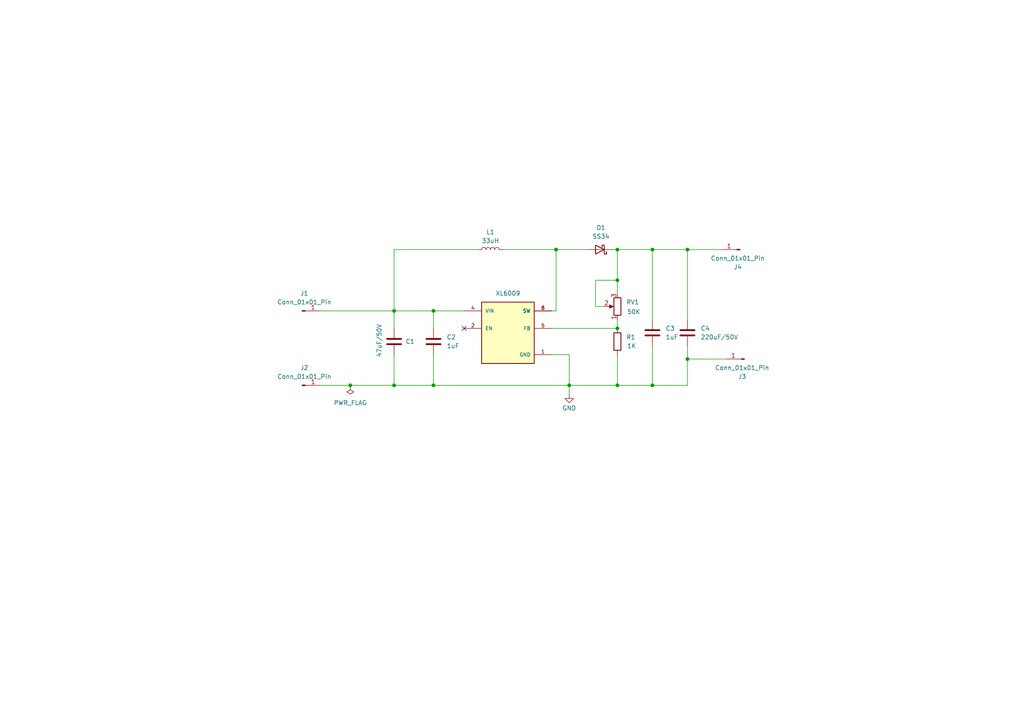
<source format=kicad_sch>
(kicad_sch
	(version 20250114)
	(generator "eeschema")
	(generator_version "9.0")
	(uuid "be47d7ba-3c4c-44e2-8fa1-ab1e1baae547")
	(paper "A4")
	(title_block
		(title "Boost converter module")
		(date "2025-07-07")
		(company "own")
		(comment 1 "done by Farhan Masud")
	)
	(lib_symbols
		(symbol "Connector:Conn_01x01_Pin"
			(pin_names
				(offset 1.016)
				(hide yes)
			)
			(exclude_from_sim no)
			(in_bom yes)
			(on_board yes)
			(property "Reference" "J"
				(at 0 2.54 0)
				(effects
					(font
						(size 1.27 1.27)
					)
				)
			)
			(property "Value" "Conn_01x01_Pin"
				(at 0 -2.54 0)
				(effects
					(font
						(size 1.27 1.27)
					)
				)
			)
			(property "Footprint" ""
				(at 0 0 0)
				(effects
					(font
						(size 1.27 1.27)
					)
					(hide yes)
				)
			)
			(property "Datasheet" "~"
				(at 0 0 0)
				(effects
					(font
						(size 1.27 1.27)
					)
					(hide yes)
				)
			)
			(property "Description" "Generic connector, single row, 01x01, script generated"
				(at 0 0 0)
				(effects
					(font
						(size 1.27 1.27)
					)
					(hide yes)
				)
			)
			(property "ki_locked" ""
				(at 0 0 0)
				(effects
					(font
						(size 1.27 1.27)
					)
				)
			)
			(property "ki_keywords" "connector"
				(at 0 0 0)
				(effects
					(font
						(size 1.27 1.27)
					)
					(hide yes)
				)
			)
			(property "ki_fp_filters" "Connector*:*_1x??_*"
				(at 0 0 0)
				(effects
					(font
						(size 1.27 1.27)
					)
					(hide yes)
				)
			)
			(symbol "Conn_01x01_Pin_1_1"
				(rectangle
					(start 0.8636 0.127)
					(end 0 -0.127)
					(stroke
						(width 0.1524)
						(type default)
					)
					(fill
						(type outline)
					)
				)
				(polyline
					(pts
						(xy 1.27 0) (xy 0.8636 0)
					)
					(stroke
						(width 0.1524)
						(type default)
					)
					(fill
						(type none)
					)
				)
				(pin passive line
					(at 5.08 0 180)
					(length 3.81)
					(name "Pin_1"
						(effects
							(font
								(size 1.27 1.27)
							)
						)
					)
					(number "1"
						(effects
							(font
								(size 1.27 1.27)
							)
						)
					)
				)
			)
			(embedded_fonts no)
		)
		(symbol "Device:C"
			(pin_numbers
				(hide yes)
			)
			(pin_names
				(offset 0.254)
			)
			(exclude_from_sim no)
			(in_bom yes)
			(on_board yes)
			(property "Reference" "C"
				(at 0.635 2.54 0)
				(effects
					(font
						(size 1.27 1.27)
					)
					(justify left)
				)
			)
			(property "Value" "C"
				(at 0.635 -2.54 0)
				(effects
					(font
						(size 1.27 1.27)
					)
					(justify left)
				)
			)
			(property "Footprint" ""
				(at 0.9652 -3.81 0)
				(effects
					(font
						(size 1.27 1.27)
					)
					(hide yes)
				)
			)
			(property "Datasheet" "~"
				(at 0 0 0)
				(effects
					(font
						(size 1.27 1.27)
					)
					(hide yes)
				)
			)
			(property "Description" "Unpolarized capacitor"
				(at 0 0 0)
				(effects
					(font
						(size 1.27 1.27)
					)
					(hide yes)
				)
			)
			(property "ki_keywords" "cap capacitor"
				(at 0 0 0)
				(effects
					(font
						(size 1.27 1.27)
					)
					(hide yes)
				)
			)
			(property "ki_fp_filters" "C_*"
				(at 0 0 0)
				(effects
					(font
						(size 1.27 1.27)
					)
					(hide yes)
				)
			)
			(symbol "C_0_1"
				(polyline
					(pts
						(xy -2.032 0.762) (xy 2.032 0.762)
					)
					(stroke
						(width 0.508)
						(type default)
					)
					(fill
						(type none)
					)
				)
				(polyline
					(pts
						(xy -2.032 -0.762) (xy 2.032 -0.762)
					)
					(stroke
						(width 0.508)
						(type default)
					)
					(fill
						(type none)
					)
				)
			)
			(symbol "C_1_1"
				(pin passive line
					(at 0 3.81 270)
					(length 2.794)
					(name "~"
						(effects
							(font
								(size 1.27 1.27)
							)
						)
					)
					(number "1"
						(effects
							(font
								(size 1.27 1.27)
							)
						)
					)
				)
				(pin passive line
					(at 0 -3.81 90)
					(length 2.794)
					(name "~"
						(effects
							(font
								(size 1.27 1.27)
							)
						)
					)
					(number "2"
						(effects
							(font
								(size 1.27 1.27)
							)
						)
					)
				)
			)
			(embedded_fonts no)
		)
		(symbol "Device:L"
			(pin_numbers
				(hide yes)
			)
			(pin_names
				(offset 1.016)
				(hide yes)
			)
			(exclude_from_sim no)
			(in_bom yes)
			(on_board yes)
			(property "Reference" "L"
				(at -1.27 0 90)
				(effects
					(font
						(size 1.27 1.27)
					)
				)
			)
			(property "Value" "L"
				(at 1.905 0 90)
				(effects
					(font
						(size 1.27 1.27)
					)
				)
			)
			(property "Footprint" ""
				(at 0 0 0)
				(effects
					(font
						(size 1.27 1.27)
					)
					(hide yes)
				)
			)
			(property "Datasheet" "~"
				(at 0 0 0)
				(effects
					(font
						(size 1.27 1.27)
					)
					(hide yes)
				)
			)
			(property "Description" "Inductor"
				(at 0 0 0)
				(effects
					(font
						(size 1.27 1.27)
					)
					(hide yes)
				)
			)
			(property "ki_keywords" "inductor choke coil reactor magnetic"
				(at 0 0 0)
				(effects
					(font
						(size 1.27 1.27)
					)
					(hide yes)
				)
			)
			(property "ki_fp_filters" "Choke_* *Coil* Inductor_* L_*"
				(at 0 0 0)
				(effects
					(font
						(size 1.27 1.27)
					)
					(hide yes)
				)
			)
			(symbol "L_0_1"
				(arc
					(start 0 2.54)
					(mid 0.6323 1.905)
					(end 0 1.27)
					(stroke
						(width 0)
						(type default)
					)
					(fill
						(type none)
					)
				)
				(arc
					(start 0 1.27)
					(mid 0.6323 0.635)
					(end 0 0)
					(stroke
						(width 0)
						(type default)
					)
					(fill
						(type none)
					)
				)
				(arc
					(start 0 0)
					(mid 0.6323 -0.635)
					(end 0 -1.27)
					(stroke
						(width 0)
						(type default)
					)
					(fill
						(type none)
					)
				)
				(arc
					(start 0 -1.27)
					(mid 0.6323 -1.905)
					(end 0 -2.54)
					(stroke
						(width 0)
						(type default)
					)
					(fill
						(type none)
					)
				)
			)
			(symbol "L_1_1"
				(pin passive line
					(at 0 3.81 270)
					(length 1.27)
					(name "1"
						(effects
							(font
								(size 1.27 1.27)
							)
						)
					)
					(number "1"
						(effects
							(font
								(size 1.27 1.27)
							)
						)
					)
				)
				(pin passive line
					(at 0 -3.81 90)
					(length 1.27)
					(name "2"
						(effects
							(font
								(size 1.27 1.27)
							)
						)
					)
					(number "2"
						(effects
							(font
								(size 1.27 1.27)
							)
						)
					)
				)
			)
			(embedded_fonts no)
		)
		(symbol "Device:R"
			(pin_numbers
				(hide yes)
			)
			(pin_names
				(offset 0)
			)
			(exclude_from_sim no)
			(in_bom yes)
			(on_board yes)
			(property "Reference" "R"
				(at 2.032 0 90)
				(effects
					(font
						(size 1.27 1.27)
					)
				)
			)
			(property "Value" "R"
				(at 0 0 90)
				(effects
					(font
						(size 1.27 1.27)
					)
				)
			)
			(property "Footprint" ""
				(at -1.778 0 90)
				(effects
					(font
						(size 1.27 1.27)
					)
					(hide yes)
				)
			)
			(property "Datasheet" "~"
				(at 0 0 0)
				(effects
					(font
						(size 1.27 1.27)
					)
					(hide yes)
				)
			)
			(property "Description" "Resistor"
				(at 0 0 0)
				(effects
					(font
						(size 1.27 1.27)
					)
					(hide yes)
				)
			)
			(property "ki_keywords" "R res resistor"
				(at 0 0 0)
				(effects
					(font
						(size 1.27 1.27)
					)
					(hide yes)
				)
			)
			(property "ki_fp_filters" "R_*"
				(at 0 0 0)
				(effects
					(font
						(size 1.27 1.27)
					)
					(hide yes)
				)
			)
			(symbol "R_0_1"
				(rectangle
					(start -1.016 -2.54)
					(end 1.016 2.54)
					(stroke
						(width 0.254)
						(type default)
					)
					(fill
						(type none)
					)
				)
			)
			(symbol "R_1_1"
				(pin passive line
					(at 0 3.81 270)
					(length 1.27)
					(name "~"
						(effects
							(font
								(size 1.27 1.27)
							)
						)
					)
					(number "1"
						(effects
							(font
								(size 1.27 1.27)
							)
						)
					)
				)
				(pin passive line
					(at 0 -3.81 90)
					(length 1.27)
					(name "~"
						(effects
							(font
								(size 1.27 1.27)
							)
						)
					)
					(number "2"
						(effects
							(font
								(size 1.27 1.27)
							)
						)
					)
				)
			)
			(embedded_fonts no)
		)
		(symbol "Device:R_Potentiometer"
			(pin_names
				(offset 1.016)
				(hide yes)
			)
			(exclude_from_sim no)
			(in_bom yes)
			(on_board yes)
			(property "Reference" "RV"
				(at -4.445 0 90)
				(effects
					(font
						(size 1.27 1.27)
					)
				)
			)
			(property "Value" "R_Potentiometer"
				(at -2.54 0 90)
				(effects
					(font
						(size 1.27 1.27)
					)
				)
			)
			(property "Footprint" ""
				(at 0 0 0)
				(effects
					(font
						(size 1.27 1.27)
					)
					(hide yes)
				)
			)
			(property "Datasheet" "~"
				(at 0 0 0)
				(effects
					(font
						(size 1.27 1.27)
					)
					(hide yes)
				)
			)
			(property "Description" "Potentiometer"
				(at 0 0 0)
				(effects
					(font
						(size 1.27 1.27)
					)
					(hide yes)
				)
			)
			(property "ki_keywords" "resistor variable"
				(at 0 0 0)
				(effects
					(font
						(size 1.27 1.27)
					)
					(hide yes)
				)
			)
			(property "ki_fp_filters" "Potentiometer*"
				(at 0 0 0)
				(effects
					(font
						(size 1.27 1.27)
					)
					(hide yes)
				)
			)
			(symbol "R_Potentiometer_0_1"
				(rectangle
					(start 1.016 2.54)
					(end -1.016 -2.54)
					(stroke
						(width 0.254)
						(type default)
					)
					(fill
						(type none)
					)
				)
				(polyline
					(pts
						(xy 1.143 0) (xy 2.286 0.508) (xy 2.286 -0.508) (xy 1.143 0)
					)
					(stroke
						(width 0)
						(type default)
					)
					(fill
						(type outline)
					)
				)
				(polyline
					(pts
						(xy 2.54 0) (xy 1.524 0)
					)
					(stroke
						(width 0)
						(type default)
					)
					(fill
						(type none)
					)
				)
			)
			(symbol "R_Potentiometer_1_1"
				(pin passive line
					(at 0 3.81 270)
					(length 1.27)
					(name "1"
						(effects
							(font
								(size 1.27 1.27)
							)
						)
					)
					(number "1"
						(effects
							(font
								(size 1.27 1.27)
							)
						)
					)
				)
				(pin passive line
					(at 0 -3.81 90)
					(length 1.27)
					(name "3"
						(effects
							(font
								(size 1.27 1.27)
							)
						)
					)
					(number "3"
						(effects
							(font
								(size 1.27 1.27)
							)
						)
					)
				)
				(pin passive line
					(at 3.81 0 180)
					(length 1.27)
					(name "2"
						(effects
							(font
								(size 1.27 1.27)
							)
						)
					)
					(number "2"
						(effects
							(font
								(size 1.27 1.27)
							)
						)
					)
				)
			)
			(embedded_fonts no)
		)
		(symbol "Diode:SS34"
			(pin_numbers
				(hide yes)
			)
			(pin_names
				(offset 1.016)
				(hide yes)
			)
			(exclude_from_sim no)
			(in_bom yes)
			(on_board yes)
			(property "Reference" "D"
				(at 0 2.54 0)
				(effects
					(font
						(size 1.27 1.27)
					)
				)
			)
			(property "Value" "SS34"
				(at 0 -2.54 0)
				(effects
					(font
						(size 1.27 1.27)
					)
				)
			)
			(property "Footprint" "Diode_SMD:D_SMA"
				(at 0 -4.445 0)
				(effects
					(font
						(size 1.27 1.27)
					)
					(hide yes)
				)
			)
			(property "Datasheet" "https://www.vishay.com/docs/88751/ss32.pdf"
				(at 0 0 0)
				(effects
					(font
						(size 1.27 1.27)
					)
					(hide yes)
				)
			)
			(property "Description" "40V 3A Schottky Diode, SMA"
				(at 0 0 0)
				(effects
					(font
						(size 1.27 1.27)
					)
					(hide yes)
				)
			)
			(property "ki_keywords" "diode Schottky"
				(at 0 0 0)
				(effects
					(font
						(size 1.27 1.27)
					)
					(hide yes)
				)
			)
			(property "ki_fp_filters" "D*SMA*"
				(at 0 0 0)
				(effects
					(font
						(size 1.27 1.27)
					)
					(hide yes)
				)
			)
			(symbol "SS34_0_1"
				(polyline
					(pts
						(xy -1.905 0.635) (xy -1.905 1.27) (xy -1.27 1.27) (xy -1.27 -1.27) (xy -0.635 -1.27) (xy -0.635 -0.635)
					)
					(stroke
						(width 0.254)
						(type default)
					)
					(fill
						(type none)
					)
				)
				(polyline
					(pts
						(xy 1.27 1.27) (xy 1.27 -1.27) (xy -1.27 0) (xy 1.27 1.27)
					)
					(stroke
						(width 0.254)
						(type default)
					)
					(fill
						(type none)
					)
				)
				(polyline
					(pts
						(xy 1.27 0) (xy -1.27 0)
					)
					(stroke
						(width 0)
						(type default)
					)
					(fill
						(type none)
					)
				)
			)
			(symbol "SS34_1_1"
				(pin passive line
					(at -3.81 0 0)
					(length 2.54)
					(name "K"
						(effects
							(font
								(size 1.27 1.27)
							)
						)
					)
					(number "1"
						(effects
							(font
								(size 1.27 1.27)
							)
						)
					)
				)
				(pin passive line
					(at 3.81 0 180)
					(length 2.54)
					(name "A"
						(effects
							(font
								(size 1.27 1.27)
							)
						)
					)
					(number "2"
						(effects
							(font
								(size 1.27 1.27)
							)
						)
					)
				)
			)
			(embedded_fonts no)
		)
		(symbol "XL6009:XL6009"
			(pin_names
				(offset 1.016)
			)
			(exclude_from_sim no)
			(in_bom yes)
			(on_board yes)
			(property "Reference" "VR"
				(at -7.62 8.89 0)
				(effects
					(font
						(size 1.27 1.27)
					)
					(justify left bottom)
				)
			)
			(property "Value" "XL6009"
				(at -7.62 -11.43 0)
				(effects
					(font
						(size 1.27 1.27)
					)
					(justify left top)
				)
			)
			(property "Footprint" "XL6009:DPAK170P1435X465-6N"
				(at 0 0 0)
				(effects
					(font
						(size 1.27 1.27)
					)
					(justify bottom)
					(hide yes)
				)
			)
			(property "Datasheet" ""
				(at 0 0 0)
				(effects
					(font
						(size 1.27 1.27)
					)
					(hide yes)
				)
			)
			(property "Description" ""
				(at 0 0 0)
				(effects
					(font
						(size 1.27 1.27)
					)
					(hide yes)
				)
			)
			(property "MF" "XLSEMI"
				(at 0 0 0)
				(effects
					(font
						(size 1.27 1.27)
					)
					(justify bottom)
					(hide yes)
				)
			)
			(property "MAXIMUM_PACKAGE_HEIGHT" "4.65mm"
				(at 0 0 0)
				(effects
					(font
						(size 1.27 1.27)
					)
					(justify bottom)
					(hide yes)
				)
			)
			(property "Package" "TO-263-5L XLSEMI"
				(at 0 0 0)
				(effects
					(font
						(size 1.27 1.27)
					)
					(justify bottom)
					(hide yes)
				)
			)
			(property "Price" "None"
				(at 0 0 0)
				(effects
					(font
						(size 1.27 1.27)
					)
					(justify bottom)
					(hide yes)
				)
			)
			(property "Check_prices" "https://www.snapeda.com/parts/XL6009/XLSEMI/view-part/?ref=eda"
				(at 0 0 0)
				(effects
					(font
						(size 1.27 1.27)
					)
					(justify bottom)
					(hide yes)
				)
			)
			(property "STANDARD" "IPC-7351B"
				(at 0 0 0)
				(effects
					(font
						(size 1.27 1.27)
					)
					(justify bottom)
					(hide yes)
				)
			)
			(property "PARTREV" "1.1"
				(at 0 0 0)
				(effects
					(font
						(size 1.27 1.27)
					)
					(justify bottom)
					(hide yes)
				)
			)
			(property "SnapEDA_Link" "https://www.snapeda.com/parts/XL6009/XLSEMI/view-part/?ref=snap"
				(at 0 0 0)
				(effects
					(font
						(size 1.27 1.27)
					)
					(justify bottom)
					(hide yes)
				)
			)
			(property "MP" "XL6009"
				(at 0 0 0)
				(effects
					(font
						(size 1.27 1.27)
					)
					(justify bottom)
					(hide yes)
				)
			)
			(property "Description_1" "The XL6009 regulator is a wide input range, current mode, DC/DC converter which is capable of generating either positive or negative output voltages."
				(at 0 0 0)
				(effects
					(font
						(size 1.27 1.27)
					)
					(justify bottom)
					(hide yes)
				)
			)
			(property "Availability" "Not in stock"
				(at 0 0 0)
				(effects
					(font
						(size 1.27 1.27)
					)
					(justify bottom)
					(hide yes)
				)
			)
			(property "MANUFACTURER" "XLSEMI"
				(at 0 0 0)
				(effects
					(font
						(size 1.27 1.27)
					)
					(justify bottom)
					(hide yes)
				)
			)
			(symbol "XL6009_0_0"
				(rectangle
					(start -7.62 -10.16)
					(end 7.62 7.62)
					(stroke
						(width 0.254)
						(type default)
					)
					(fill
						(type background)
					)
				)
				(pin input line
					(at -12.7 5.08 0)
					(length 5.08)
					(name "VIN"
						(effects
							(font
								(size 1.016 1.016)
							)
						)
					)
					(number "4"
						(effects
							(font
								(size 1.016 1.016)
							)
						)
					)
				)
				(pin input line
					(at -12.7 0 0)
					(length 5.08)
					(name "EN"
						(effects
							(font
								(size 1.016 1.016)
							)
						)
					)
					(number "2"
						(effects
							(font
								(size 1.016 1.016)
							)
						)
					)
				)
				(pin output line
					(at 12.7 5.08 180)
					(length 5.08)
					(name "SW"
						(effects
							(font
								(size 1.016 1.016)
							)
						)
					)
					(number "3"
						(effects
							(font
								(size 1.016 1.016)
							)
						)
					)
				)
				(pin output line
					(at 12.7 5.08 180)
					(length 5.08)
					(name "SW"
						(effects
							(font
								(size 1.016 1.016)
							)
						)
					)
					(number "6"
						(effects
							(font
								(size 1.016 1.016)
							)
						)
					)
				)
				(pin input line
					(at 12.7 0 180)
					(length 5.08)
					(name "FB"
						(effects
							(font
								(size 1.016 1.016)
							)
						)
					)
					(number "5"
						(effects
							(font
								(size 1.016 1.016)
							)
						)
					)
				)
				(pin power_in line
					(at 12.7 -7.62 180)
					(length 5.08)
					(name "GND"
						(effects
							(font
								(size 1.016 1.016)
							)
						)
					)
					(number "1"
						(effects
							(font
								(size 1.016 1.016)
							)
						)
					)
				)
			)
			(embedded_fonts no)
		)
		(symbol "power:GND"
			(power)
			(pin_numbers
				(hide yes)
			)
			(pin_names
				(offset 0)
				(hide yes)
			)
			(exclude_from_sim no)
			(in_bom yes)
			(on_board yes)
			(property "Reference" "#PWR"
				(at 0 -6.35 0)
				(effects
					(font
						(size 1.27 1.27)
					)
					(hide yes)
				)
			)
			(property "Value" "GND"
				(at 0 -3.81 0)
				(effects
					(font
						(size 1.27 1.27)
					)
				)
			)
			(property "Footprint" ""
				(at 0 0 0)
				(effects
					(font
						(size 1.27 1.27)
					)
					(hide yes)
				)
			)
			(property "Datasheet" ""
				(at 0 0 0)
				(effects
					(font
						(size 1.27 1.27)
					)
					(hide yes)
				)
			)
			(property "Description" "Power symbol creates a global label with name \"GND\" , ground"
				(at 0 0 0)
				(effects
					(font
						(size 1.27 1.27)
					)
					(hide yes)
				)
			)
			(property "ki_keywords" "global power"
				(at 0 0 0)
				(effects
					(font
						(size 1.27 1.27)
					)
					(hide yes)
				)
			)
			(symbol "GND_0_1"
				(polyline
					(pts
						(xy 0 0) (xy 0 -1.27) (xy 1.27 -1.27) (xy 0 -2.54) (xy -1.27 -1.27) (xy 0 -1.27)
					)
					(stroke
						(width 0)
						(type default)
					)
					(fill
						(type none)
					)
				)
			)
			(symbol "GND_1_1"
				(pin power_in line
					(at 0 0 270)
					(length 0)
					(name "~"
						(effects
							(font
								(size 1.27 1.27)
							)
						)
					)
					(number "1"
						(effects
							(font
								(size 1.27 1.27)
							)
						)
					)
				)
			)
			(embedded_fonts no)
		)
		(symbol "power:PWR_FLAG"
			(power)
			(pin_numbers
				(hide yes)
			)
			(pin_names
				(offset 0)
				(hide yes)
			)
			(exclude_from_sim no)
			(in_bom yes)
			(on_board yes)
			(property "Reference" "#FLG"
				(at 0 1.905 0)
				(effects
					(font
						(size 1.27 1.27)
					)
					(hide yes)
				)
			)
			(property "Value" "PWR_FLAG"
				(at 0 3.81 0)
				(effects
					(font
						(size 1.27 1.27)
					)
				)
			)
			(property "Footprint" ""
				(at 0 0 0)
				(effects
					(font
						(size 1.27 1.27)
					)
					(hide yes)
				)
			)
			(property "Datasheet" "~"
				(at 0 0 0)
				(effects
					(font
						(size 1.27 1.27)
					)
					(hide yes)
				)
			)
			(property "Description" "Special symbol for telling ERC where power comes from"
				(at 0 0 0)
				(effects
					(font
						(size 1.27 1.27)
					)
					(hide yes)
				)
			)
			(property "ki_keywords" "flag power"
				(at 0 0 0)
				(effects
					(font
						(size 1.27 1.27)
					)
					(hide yes)
				)
			)
			(symbol "PWR_FLAG_0_0"
				(pin power_out line
					(at 0 0 90)
					(length 0)
					(name "~"
						(effects
							(font
								(size 1.27 1.27)
							)
						)
					)
					(number "1"
						(effects
							(font
								(size 1.27 1.27)
							)
						)
					)
				)
			)
			(symbol "PWR_FLAG_0_1"
				(polyline
					(pts
						(xy 0 0) (xy 0 1.27) (xy -1.016 1.905) (xy 0 2.54) (xy 1.016 1.905) (xy 0 1.27)
					)
					(stroke
						(width 0)
						(type default)
					)
					(fill
						(type none)
					)
				)
			)
			(embedded_fonts no)
		)
	)
	(junction
		(at 125.73 111.76)
		(diameter 0)
		(color 0 0 0 0)
		(uuid "05d0566e-733c-466e-9595-a670285f9500")
	)
	(junction
		(at 125.73 90.17)
		(diameter 0)
		(color 0 0 0 0)
		(uuid "0c4fb577-7159-4072-aca4-d8e5eaa2fba0")
	)
	(junction
		(at 199.39 104.14)
		(diameter 0)
		(color 0 0 0 0)
		(uuid "2098a8ea-6170-4701-8111-be8f81d7605a")
	)
	(junction
		(at 179.07 81.28)
		(diameter 0)
		(color 0 0 0 0)
		(uuid "228479f9-f9ff-451e-8df0-62b598c62184")
	)
	(junction
		(at 179.07 72.39)
		(diameter 0)
		(color 0 0 0 0)
		(uuid "425deace-cac9-48e7-9954-86648391aa54")
	)
	(junction
		(at 101.6 111.76)
		(diameter 0)
		(color 0 0 0 0)
		(uuid "49cbd68c-d645-4245-a579-376e4fafa029")
	)
	(junction
		(at 179.07 111.76)
		(diameter 0)
		(color 0 0 0 0)
		(uuid "4c8955dc-3909-48ea-bd77-cf112828851d")
	)
	(junction
		(at 114.3 90.17)
		(diameter 0)
		(color 0 0 0 0)
		(uuid "5f1b47c6-0d59-4b29-b205-724e2b6923ed")
	)
	(junction
		(at 189.23 72.39)
		(diameter 0)
		(color 0 0 0 0)
		(uuid "630a1820-e708-4e9b-ba88-3c8e345d24c4")
	)
	(junction
		(at 179.07 95.25)
		(diameter 0)
		(color 0 0 0 0)
		(uuid "795715de-dc84-4f40-a174-b1426381b06b")
	)
	(junction
		(at 114.3 111.76)
		(diameter 0)
		(color 0 0 0 0)
		(uuid "8c6f0188-e40b-4168-bfa5-9436946a0547")
	)
	(junction
		(at 189.23 111.76)
		(diameter 0)
		(color 0 0 0 0)
		(uuid "9262c631-bc11-418f-89c7-4159ecbcb10c")
	)
	(junction
		(at 199.39 72.39)
		(diameter 0)
		(color 0 0 0 0)
		(uuid "9b808eb7-e6b5-47de-8e04-0d9eb7471fff")
	)
	(junction
		(at 161.29 72.39)
		(diameter 0)
		(color 0 0 0 0)
		(uuid "ba1ea172-1345-49b6-9f09-e61202528a9d")
	)
	(junction
		(at 165.1 111.76)
		(diameter 0)
		(color 0 0 0 0)
		(uuid "ed088e8e-ddf9-4857-b4bd-befe2cce769a")
	)
	(no_connect
		(at 134.62 95.25)
		(uuid "8a60ec6b-d58e-420b-b107-8eb5ffc41832")
	)
	(wire
		(pts
			(xy 172.72 88.9) (xy 172.72 81.28)
		)
		(stroke
			(width 0)
			(type default)
		)
		(uuid "03078ac6-c34f-4a0f-a755-a1688c60aaa6")
	)
	(wire
		(pts
			(xy 179.07 85.09) (xy 179.07 81.28)
		)
		(stroke
			(width 0)
			(type default)
		)
		(uuid "05c353d4-b64a-4927-8fdc-03c24ed777c6")
	)
	(wire
		(pts
			(xy 125.73 111.76) (xy 165.1 111.76)
		)
		(stroke
			(width 0)
			(type default)
		)
		(uuid "0efe0e33-3867-4c02-a58d-3c138598d367")
	)
	(wire
		(pts
			(xy 199.39 104.14) (xy 199.39 111.76)
		)
		(stroke
			(width 0)
			(type default)
		)
		(uuid "1962879e-300f-4b08-8d72-54fc520ff08f")
	)
	(wire
		(pts
			(xy 179.07 81.28) (xy 179.07 72.39)
		)
		(stroke
			(width 0)
			(type default)
		)
		(uuid "1a99f3c2-1a3a-4a69-aff0-968fd3eee77d")
	)
	(wire
		(pts
			(xy 125.73 95.25) (xy 125.73 90.17)
		)
		(stroke
			(width 0)
			(type default)
		)
		(uuid "1bacf4fa-e361-4220-834b-ef59e4f00f75")
	)
	(wire
		(pts
			(xy 199.39 100.33) (xy 199.39 104.14)
		)
		(stroke
			(width 0)
			(type default)
		)
		(uuid "214b5df9-80db-4cc0-ae02-4be5ec5262a0")
	)
	(wire
		(pts
			(xy 179.07 102.87) (xy 179.07 111.76)
		)
		(stroke
			(width 0)
			(type default)
		)
		(uuid "34e13e8c-ee90-41a6-81fe-f61bce1c4ba9")
	)
	(wire
		(pts
			(xy 179.07 72.39) (xy 177.8 72.39)
		)
		(stroke
			(width 0)
			(type default)
		)
		(uuid "36204ed6-5b7e-43a4-9a66-c35aa0eca49c")
	)
	(wire
		(pts
			(xy 179.07 92.71) (xy 179.07 95.25)
		)
		(stroke
			(width 0)
			(type default)
		)
		(uuid "3666578d-8e70-4bc1-bcb2-4472c761b694")
	)
	(wire
		(pts
			(xy 161.29 90.17) (xy 161.29 72.39)
		)
		(stroke
			(width 0)
			(type default)
		)
		(uuid "42cd329e-fe46-455b-8f43-1c93fdc7a04f")
	)
	(wire
		(pts
			(xy 125.73 102.87) (xy 125.73 111.76)
		)
		(stroke
			(width 0)
			(type default)
		)
		(uuid "456b4d85-c494-4639-9e9b-39ada72f8f69")
	)
	(wire
		(pts
			(xy 199.39 72.39) (xy 209.55 72.39)
		)
		(stroke
			(width 0)
			(type default)
		)
		(uuid "4a1c4b2e-1f1d-4d6a-a251-b729b992ee5d")
	)
	(wire
		(pts
			(xy 101.6 111.76) (xy 114.3 111.76)
		)
		(stroke
			(width 0)
			(type default)
		)
		(uuid "4e1e92fc-5c5e-4603-b473-040dcd717579")
	)
	(wire
		(pts
			(xy 179.07 95.25) (xy 160.02 95.25)
		)
		(stroke
			(width 0)
			(type default)
		)
		(uuid "5026fbff-109f-4d56-b5eb-29cc98aa259c")
	)
	(wire
		(pts
			(xy 146.05 72.39) (xy 161.29 72.39)
		)
		(stroke
			(width 0)
			(type default)
		)
		(uuid "57d19c4f-cbe6-4c6e-add6-80a2782f3e79")
	)
	(wire
		(pts
			(xy 161.29 72.39) (xy 170.18 72.39)
		)
		(stroke
			(width 0)
			(type default)
		)
		(uuid "5d15654c-d8f3-4a39-af8b-059445a98165")
	)
	(wire
		(pts
			(xy 179.07 72.39) (xy 189.23 72.39)
		)
		(stroke
			(width 0)
			(type default)
		)
		(uuid "72b55816-4cbe-4b2f-ab6a-1e375034a581")
	)
	(wire
		(pts
			(xy 189.23 72.39) (xy 199.39 72.39)
		)
		(stroke
			(width 0)
			(type default)
		)
		(uuid "7eee134c-bffa-4624-8b42-677e89c3ef79")
	)
	(wire
		(pts
			(xy 134.62 90.17) (xy 125.73 90.17)
		)
		(stroke
			(width 0)
			(type default)
		)
		(uuid "82f943ca-e4e5-470b-8a47-8e5f1dca0972")
	)
	(wire
		(pts
			(xy 199.39 72.39) (xy 199.39 92.71)
		)
		(stroke
			(width 0)
			(type default)
		)
		(uuid "87b0cc1e-7b24-48f3-9d48-d3fa1bffc835")
	)
	(wire
		(pts
			(xy 114.3 102.87) (xy 114.3 111.76)
		)
		(stroke
			(width 0)
			(type default)
		)
		(uuid "8ae6ac96-19f6-41ea-8483-308e1c16f6fc")
	)
	(wire
		(pts
			(xy 92.71 90.17) (xy 114.3 90.17)
		)
		(stroke
			(width 0)
			(type default)
		)
		(uuid "8be78ead-f8ea-4a74-8eca-88243f6677ba")
	)
	(wire
		(pts
			(xy 114.3 95.25) (xy 114.3 90.17)
		)
		(stroke
			(width 0)
			(type default)
		)
		(uuid "999042e3-67e7-4210-8fe9-d9cbda607ac5")
	)
	(wire
		(pts
			(xy 172.72 81.28) (xy 179.07 81.28)
		)
		(stroke
			(width 0)
			(type default)
		)
		(uuid "9e2332aa-8066-4842-85d8-2671d1a857c6")
	)
	(wire
		(pts
			(xy 179.07 111.76) (xy 165.1 111.76)
		)
		(stroke
			(width 0)
			(type default)
		)
		(uuid "a00a4609-98f1-4c4b-85fe-28d9642b4782")
	)
	(wire
		(pts
			(xy 210.82 104.14) (xy 199.39 104.14)
		)
		(stroke
			(width 0)
			(type default)
		)
		(uuid "a27a266d-45db-40cd-a24f-739cdc8f554a")
	)
	(wire
		(pts
			(xy 125.73 111.76) (xy 114.3 111.76)
		)
		(stroke
			(width 0)
			(type default)
		)
		(uuid "b4e5bf9f-02e6-4b32-a497-c6d560c2a188")
	)
	(wire
		(pts
			(xy 92.71 111.76) (xy 101.6 111.76)
		)
		(stroke
			(width 0)
			(type default)
		)
		(uuid "befbea12-50d5-4148-b10d-dd69eb763bc5")
	)
	(wire
		(pts
			(xy 114.3 90.17) (xy 125.73 90.17)
		)
		(stroke
			(width 0)
			(type default)
		)
		(uuid "c108622b-404f-4c94-ad04-4dde06cd1ec2")
	)
	(wire
		(pts
			(xy 189.23 72.39) (xy 189.23 92.71)
		)
		(stroke
			(width 0)
			(type default)
		)
		(uuid "c21a9f7c-982e-4319-851c-6ff0fe81cba1")
	)
	(wire
		(pts
			(xy 175.26 88.9) (xy 172.72 88.9)
		)
		(stroke
			(width 0)
			(type default)
		)
		(uuid "c9becd7e-4211-48f1-8287-00ff6430699b")
	)
	(wire
		(pts
			(xy 114.3 90.17) (xy 114.3 72.39)
		)
		(stroke
			(width 0)
			(type default)
		)
		(uuid "d38353e4-3f33-44f2-adb0-9b8bc6727267")
	)
	(wire
		(pts
			(xy 160.02 90.17) (xy 161.29 90.17)
		)
		(stroke
			(width 0)
			(type default)
		)
		(uuid "d5b1dd8d-3a86-4519-a6fe-30cd7ecf3bd5")
	)
	(wire
		(pts
			(xy 114.3 72.39) (xy 138.43 72.39)
		)
		(stroke
			(width 0)
			(type default)
		)
		(uuid "d7b1c54a-f6b6-43f7-9cf3-04141046721a")
	)
	(wire
		(pts
			(xy 199.39 111.76) (xy 189.23 111.76)
		)
		(stroke
			(width 0)
			(type default)
		)
		(uuid "e20eac74-62a3-49c9-a854-4d73722b184b")
	)
	(wire
		(pts
			(xy 189.23 100.33) (xy 189.23 111.76)
		)
		(stroke
			(width 0)
			(type default)
		)
		(uuid "e53eaaa0-9c05-41db-b915-cd761592bad5")
	)
	(wire
		(pts
			(xy 165.1 102.87) (xy 165.1 111.76)
		)
		(stroke
			(width 0)
			(type default)
		)
		(uuid "e9e4e1e6-05ef-4cbb-8849-d103b68e664b")
	)
	(wire
		(pts
			(xy 189.23 111.76) (xy 179.07 111.76)
		)
		(stroke
			(width 0)
			(type default)
		)
		(uuid "ec25fc80-6124-4fed-8368-c57bd09690a2")
	)
	(wire
		(pts
			(xy 160.02 102.87) (xy 165.1 102.87)
		)
		(stroke
			(width 0)
			(type default)
		)
		(uuid "f930e313-2f9c-42bf-8376-3bd31607c92a")
	)
	(wire
		(pts
			(xy 165.1 111.76) (xy 165.1 114.3)
		)
		(stroke
			(width 0)
			(type default)
		)
		(uuid "fd405141-159f-45de-b9ae-f0cc4659ee82")
	)
	(symbol
		(lib_id "Connector:Conn_01x01_Pin")
		(at 87.63 111.76 0)
		(unit 1)
		(exclude_from_sim no)
		(in_bom yes)
		(on_board yes)
		(dnp no)
		(fields_autoplaced yes)
		(uuid "04341f9a-8097-49ec-8d40-dd9027f88541")
		(property "Reference" "J2"
			(at 88.265 106.68 0)
			(effects
				(font
					(size 1.27 1.27)
				)
			)
		)
		(property "Value" "Conn_01x01_Pin"
			(at 88.265 109.22 0)
			(effects
				(font
					(size 1.27 1.27)
				)
			)
		)
		(property "Footprint" "Connector_PinHeader_2.54mm:PinHeader_1x01_P2.54mm_Vertical"
			(at 87.63 111.76 0)
			(effects
				(font
					(size 1.27 1.27)
				)
				(hide yes)
			)
		)
		(property "Datasheet" "~"
			(at 87.63 111.76 0)
			(effects
				(font
					(size 1.27 1.27)
				)
				(hide yes)
			)
		)
		(property "Description" "Generic connector, single row, 01x01, script generated"
			(at 87.63 111.76 0)
			(effects
				(font
					(size 1.27 1.27)
				)
				(hide yes)
			)
		)
		(pin "1"
			(uuid "bb1f1f65-ea11-4a6e-9f66-31079212846f")
		)
		(instances
			(project "Boost Converter V1"
				(path "/be47d7ba-3c4c-44e2-8fa1-ab1e1baae547"
					(reference "J2")
					(unit 1)
				)
			)
		)
	)
	(symbol
		(lib_id "Device:C")
		(at 189.23 96.52 0)
		(unit 1)
		(exclude_from_sim no)
		(in_bom yes)
		(on_board yes)
		(dnp no)
		(fields_autoplaced yes)
		(uuid "1b22ab44-c691-4118-9e79-c63cbf1e5f01")
		(property "Reference" "C3"
			(at 193.04 95.2499 0)
			(effects
				(font
					(size 1.27 1.27)
				)
				(justify left)
			)
		)
		(property "Value" "1uF"
			(at 193.04 97.7899 0)
			(effects
				(font
					(size 1.27 1.27)
				)
				(justify left)
			)
		)
		(property "Footprint" "Capacitor_SMD:C_0805_2012Metric"
			(at 190.1952 100.33 0)
			(effects
				(font
					(size 1.27 1.27)
				)
				(hide yes)
			)
		)
		(property "Datasheet" "~"
			(at 189.23 96.52 0)
			(effects
				(font
					(size 1.27 1.27)
				)
				(hide yes)
			)
		)
		(property "Description" "Unpolarized capacitor"
			(at 189.23 96.52 0)
			(effects
				(font
					(size 1.27 1.27)
				)
				(hide yes)
			)
		)
		(pin "1"
			(uuid "f71e0797-33a4-4430-a9d5-9720ec1f2a4c")
		)
		(pin "2"
			(uuid "a4de9d4b-3bdc-40e6-a869-a7611ba79b30")
		)
		(instances
			(project "Boost Converter V1"
				(path "/be47d7ba-3c4c-44e2-8fa1-ab1e1baae547"
					(reference "C3")
					(unit 1)
				)
			)
		)
	)
	(symbol
		(lib_id "Device:R")
		(at 179.07 99.06 0)
		(unit 1)
		(exclude_from_sim no)
		(in_bom yes)
		(on_board yes)
		(dnp no)
		(uuid "1bcbaef2-3c98-4766-8564-09f4416b9e0a")
		(property "Reference" "R1"
			(at 181.61 97.7899 0)
			(effects
				(font
					(size 1.27 1.27)
				)
				(justify left)
			)
		)
		(property "Value" "1K"
			(at 181.864 100.33 0)
			(effects
				(font
					(size 1.27 1.27)
				)
				(justify left)
			)
		)
		(property "Footprint" "Resistor_SMD:R_1206_3216Metric"
			(at 177.292 99.06 90)
			(effects
				(font
					(size 1.27 1.27)
				)
				(hide yes)
			)
		)
		(property "Datasheet" "~"
			(at 179.07 99.06 0)
			(effects
				(font
					(size 1.27 1.27)
				)
				(hide yes)
			)
		)
		(property "Description" "Resistor"
			(at 179.07 99.06 0)
			(effects
				(font
					(size 1.27 1.27)
				)
				(hide yes)
			)
		)
		(pin "1"
			(uuid "b7c539d3-2b7b-46bf-b288-5d8d05fd556e")
		)
		(pin "2"
			(uuid "aa6fa243-cead-4ef5-a4b9-09af2c2714e8")
		)
		(instances
			(project ""
				(path "/be47d7ba-3c4c-44e2-8fa1-ab1e1baae547"
					(reference "R1")
					(unit 1)
				)
			)
		)
	)
	(symbol
		(lib_id "Device:C")
		(at 199.39 96.52 0)
		(unit 1)
		(exclude_from_sim no)
		(in_bom yes)
		(on_board yes)
		(dnp no)
		(fields_autoplaced yes)
		(uuid "1ee7fc3b-0ac8-4b36-a873-b887c6d43b1b")
		(property "Reference" "C4"
			(at 203.2 95.2499 0)
			(effects
				(font
					(size 1.27 1.27)
				)
				(justify left)
			)
		)
		(property "Value" "220uF/50V"
			(at 203.2 97.7899 0)
			(effects
				(font
					(size 1.27 1.27)
				)
				(justify left)
			)
		)
		(property "Footprint" "Capacitor_THT:C_Radial_D6.3mm_H11.0mm_P2.50mm"
			(at 200.3552 100.33 0)
			(effects
				(font
					(size 1.27 1.27)
				)
				(hide yes)
			)
		)
		(property "Datasheet" "~"
			(at 199.39 96.52 0)
			(effects
				(font
					(size 1.27 1.27)
				)
				(hide yes)
			)
		)
		(property "Description" "Unpolarized capacitor"
			(at 199.39 96.52 0)
			(effects
				(font
					(size 1.27 1.27)
				)
				(hide yes)
			)
		)
		(pin "1"
			(uuid "d69df829-1469-4976-b69d-5153530908d3")
		)
		(pin "2"
			(uuid "e8b74cd6-bba9-4f0b-a444-7130bf3b85ba")
		)
		(instances
			(project "Boost Converter V1"
				(path "/be47d7ba-3c4c-44e2-8fa1-ab1e1baae547"
					(reference "C4")
					(unit 1)
				)
			)
		)
	)
	(symbol
		(lib_id "XL6009:XL6009")
		(at 147.32 95.25 0)
		(unit 1)
		(exclude_from_sim no)
		(in_bom yes)
		(on_board yes)
		(dnp no)
		(fields_autoplaced yes)
		(uuid "5a2fdf8f-a81c-44e3-a34d-bb9421d2fdcc")
		(property "Reference" "VR1"
			(at 147.32 82.55 0)
			(effects
				(font
					(size 1.27 1.27)
				)
				(hide yes)
			)
		)
		(property "Value" "XL6009"
			(at 147.32 85.09 0)
			(effects
				(font
					(size 1.27 1.27)
				)
			)
		)
		(property "Footprint" "XL6009:DPAK170P1435X465-6N"
			(at 147.32 95.25 0)
			(effects
				(font
					(size 1.27 1.27)
				)
				(justify bottom)
				(hide yes)
			)
		)
		(property "Datasheet" ""
			(at 147.32 95.25 0)
			(effects
				(font
					(size 1.27 1.27)
				)
				(hide yes)
			)
		)
		(property "Description" ""
			(at 147.32 95.25 0)
			(effects
				(font
					(size 1.27 1.27)
				)
				(hide yes)
			)
		)
		(property "MF" "XLSEMI"
			(at 147.32 95.25 0)
			(effects
				(font
					(size 1.27 1.27)
				)
				(justify bottom)
				(hide yes)
			)
		)
		(property "MAXIMUM_PACKAGE_HEIGHT" "4.65mm"
			(at 147.32 95.25 0)
			(effects
				(font
					(size 1.27 1.27)
				)
				(justify bottom)
				(hide yes)
			)
		)
		(property "Package" "TO-263-5L XLSEMI"
			(at 147.32 95.25 0)
			(effects
				(font
					(size 1.27 1.27)
				)
				(justify bottom)
				(hide yes)
			)
		)
		(property "Price" "None"
			(at 147.32 95.25 0)
			(effects
				(font
					(size 1.27 1.27)
				)
				(justify bottom)
				(hide yes)
			)
		)
		(property "Check_prices" "https://www.snapeda.com/parts/XL6009/XLSEMI/view-part/?ref=eda"
			(at 147.32 95.25 0)
			(effects
				(font
					(size 1.27 1.27)
				)
				(justify bottom)
				(hide yes)
			)
		)
		(property "STANDARD" "IPC-7351B"
			(at 147.32 95.25 0)
			(effects
				(font
					(size 1.27 1.27)
				)
				(justify bottom)
				(hide yes)
			)
		)
		(property "PARTREV" "1.1"
			(at 147.32 95.25 0)
			(effects
				(font
					(size 1.27 1.27)
				)
				(justify bottom)
				(hide yes)
			)
		)
		(property "SnapEDA_Link" "https://www.snapeda.com/parts/XL6009/XLSEMI/view-part/?ref=snap"
			(at 147.32 95.25 0)
			(effects
				(font
					(size 1.27 1.27)
				)
				(justify bottom)
				(hide yes)
			)
		)
		(property "MP" "XL6009"
			(at 147.32 95.25 0)
			(effects
				(font
					(size 1.27 1.27)
				)
				(justify bottom)
				(hide yes)
			)
		)
		(property "Description_1" "The XL6009 regulator is a wide input range, current mode, DC/DC converter which is capable of generating either positive or negative output voltages."
			(at 147.32 95.25 0)
			(effects
				(font
					(size 1.27 1.27)
				)
				(justify bottom)
				(hide yes)
			)
		)
		(property "Availability" "Not in stock"
			(at 147.32 95.25 0)
			(effects
				(font
					(size 1.27 1.27)
				)
				(justify bottom)
				(hide yes)
			)
		)
		(property "MANUFACTURER" "XLSEMI"
			(at 147.32 95.25 0)
			(effects
				(font
					(size 1.27 1.27)
				)
				(justify bottom)
				(hide yes)
			)
		)
		(pin "4"
			(uuid "5252c583-f7c6-41f8-b8aa-6e2a0308ee45")
		)
		(pin "1"
			(uuid "1b8a2132-5cff-41b0-9952-1fd7657080b7")
		)
		(pin "2"
			(uuid "c0ecd939-696b-4956-ac08-593d0248c795")
		)
		(pin "6"
			(uuid "4f4c49e0-f8c8-4c2f-95fd-522d0d28efc0")
		)
		(pin "5"
			(uuid "850c2dc6-c117-407b-a351-23fc026dd6c2")
		)
		(pin "3"
			(uuid "d3846d50-a9ac-43fc-b50e-562e04a685b4")
		)
		(instances
			(project ""
				(path "/be47d7ba-3c4c-44e2-8fa1-ab1e1baae547"
					(reference "VR1")
					(unit 1)
				)
			)
		)
	)
	(symbol
		(lib_id "power:GND")
		(at 165.1 114.3 0)
		(unit 1)
		(exclude_from_sim no)
		(in_bom yes)
		(on_board yes)
		(dnp no)
		(uuid "70afbe3a-7af0-427e-a6f2-f037db2bd1d4")
		(property "Reference" "#PWR03"
			(at 165.1 120.65 0)
			(effects
				(font
					(size 1.27 1.27)
				)
				(hide yes)
			)
		)
		(property "Value" "GND"
			(at 165.1 118.364 0)
			(effects
				(font
					(size 1.27 1.27)
				)
			)
		)
		(property "Footprint" ""
			(at 165.1 114.3 0)
			(effects
				(font
					(size 1.27 1.27)
				)
				(hide yes)
			)
		)
		(property "Datasheet" ""
			(at 165.1 114.3 0)
			(effects
				(font
					(size 1.27 1.27)
				)
				(hide yes)
			)
		)
		(property "Description" "Power symbol creates a global label with name \"GND\" , ground"
			(at 165.1 114.3 0)
			(effects
				(font
					(size 1.27 1.27)
				)
				(hide yes)
			)
		)
		(pin "1"
			(uuid "e6e7301f-7a8a-47b3-b649-be51b54cfccd")
		)
		(instances
			(project "Boost Converter V1"
				(path "/be47d7ba-3c4c-44e2-8fa1-ab1e1baae547"
					(reference "#PWR03")
					(unit 1)
				)
			)
		)
	)
	(symbol
		(lib_id "Diode:SS34")
		(at 173.99 72.39 180)
		(unit 1)
		(exclude_from_sim no)
		(in_bom yes)
		(on_board yes)
		(dnp no)
		(fields_autoplaced yes)
		(uuid "714b1b95-bda2-4d1d-9e6f-92f179ab2bf7")
		(property "Reference" "D1"
			(at 174.3075 66.04 0)
			(effects
				(font
					(size 1.27 1.27)
				)
			)
		)
		(property "Value" "SS34"
			(at 174.3075 68.58 0)
			(effects
				(font
					(size 1.27 1.27)
				)
			)
		)
		(property "Footprint" "Diode_SMD:D_SMA"
			(at 173.99 67.945 0)
			(effects
				(font
					(size 1.27 1.27)
				)
				(hide yes)
			)
		)
		(property "Datasheet" "https://www.vishay.com/docs/88751/ss32.pdf"
			(at 173.99 72.39 0)
			(effects
				(font
					(size 1.27 1.27)
				)
				(hide yes)
			)
		)
		(property "Description" "40V 3A Schottky Diode, SMA"
			(at 173.99 72.39 0)
			(effects
				(font
					(size 1.27 1.27)
				)
				(hide yes)
			)
		)
		(pin "2"
			(uuid "dae8861c-464c-4c10-b9c7-e82b465f13cf")
		)
		(pin "1"
			(uuid "8f692759-d8c1-4de8-8853-2ed962fe995f")
		)
		(instances
			(project ""
				(path "/be47d7ba-3c4c-44e2-8fa1-ab1e1baae547"
					(reference "D1")
					(unit 1)
				)
			)
		)
	)
	(symbol
		(lib_id "Connector:Conn_01x01_Pin")
		(at 87.63 90.17 0)
		(unit 1)
		(exclude_from_sim no)
		(in_bom yes)
		(on_board yes)
		(dnp no)
		(fields_autoplaced yes)
		(uuid "7a98abd0-7764-487d-951d-ab69dd83f18e")
		(property "Reference" "J1"
			(at 88.265 85.09 0)
			(effects
				(font
					(size 1.27 1.27)
				)
			)
		)
		(property "Value" "Conn_01x01_Pin"
			(at 88.265 87.63 0)
			(effects
				(font
					(size 1.27 1.27)
				)
			)
		)
		(property "Footprint" "Connector_PinHeader_2.54mm:PinHeader_1x01_P2.54mm_Vertical"
			(at 87.63 90.17 0)
			(effects
				(font
					(size 1.27 1.27)
				)
				(hide yes)
			)
		)
		(property "Datasheet" "~"
			(at 87.63 90.17 0)
			(effects
				(font
					(size 1.27 1.27)
				)
				(hide yes)
			)
		)
		(property "Description" "Generic connector, single row, 01x01, script generated"
			(at 87.63 90.17 0)
			(effects
				(font
					(size 1.27 1.27)
				)
				(hide yes)
			)
		)
		(pin "1"
			(uuid "ffa75470-cbe0-4a1a-a460-fbbb9b2c5d95")
		)
		(instances
			(project ""
				(path "/be47d7ba-3c4c-44e2-8fa1-ab1e1baae547"
					(reference "J1")
					(unit 1)
				)
			)
		)
	)
	(symbol
		(lib_id "Device:L")
		(at 142.24 72.39 90)
		(unit 1)
		(exclude_from_sim no)
		(in_bom yes)
		(on_board yes)
		(dnp no)
		(fields_autoplaced yes)
		(uuid "853b49b8-274c-45b3-823c-20dfd2348831")
		(property "Reference" "L1"
			(at 142.24 67.31 90)
			(effects
				(font
					(size 1.27 1.27)
				)
			)
		)
		(property "Value" "33uH"
			(at 142.24 69.85 90)
			(effects
				(font
					(size 1.27 1.27)
				)
			)
		)
		(property "Footprint" "Inductor_SMD:L_12x12mm_H8mm"
			(at 142.24 72.39 0)
			(effects
				(font
					(size 1.27 1.27)
				)
				(hide yes)
			)
		)
		(property "Datasheet" "~"
			(at 142.24 72.39 0)
			(effects
				(font
					(size 1.27 1.27)
				)
				(hide yes)
			)
		)
		(property "Description" "Inductor"
			(at 142.24 72.39 0)
			(effects
				(font
					(size 1.27 1.27)
				)
				(hide yes)
			)
		)
		(pin "1"
			(uuid "d2235de2-31b4-4d7d-a1ed-b71fdaf58da0")
		)
		(pin "2"
			(uuid "f1ecad69-e8b4-4eaa-b216-ee5f94895e30")
		)
		(instances
			(project ""
				(path "/be47d7ba-3c4c-44e2-8fa1-ab1e1baae547"
					(reference "L1")
					(unit 1)
				)
			)
		)
	)
	(symbol
		(lib_id "Device:C")
		(at 114.3 99.06 0)
		(unit 1)
		(exclude_from_sim no)
		(in_bom yes)
		(on_board yes)
		(dnp no)
		(uuid "97c63fe2-3d36-4245-91b8-4cdb49cf327c")
		(property "Reference" "C1"
			(at 117.602 99.06 0)
			(effects
				(font
					(size 1.27 1.27)
				)
				(justify left)
			)
		)
		(property "Value" "47uF/50V"
			(at 109.982 103.632 90)
			(effects
				(font
					(size 1.27 1.27)
				)
				(justify left)
			)
		)
		(property "Footprint" "Capacitor_THT:C_Radial_D6.3mm_H11.0mm_P2.50mm"
			(at 115.2652 102.87 0)
			(effects
				(font
					(size 1.27 1.27)
				)
				(hide yes)
			)
		)
		(property "Datasheet" "~"
			(at 114.3 99.06 0)
			(effects
				(font
					(size 1.27 1.27)
				)
				(hide yes)
			)
		)
		(property "Description" "Unpolarized capacitor"
			(at 114.3 99.06 0)
			(effects
				(font
					(size 1.27 1.27)
				)
				(hide yes)
			)
		)
		(pin "1"
			(uuid "6e2780c5-68fe-4b60-9f22-069ff48cf387")
		)
		(pin "2"
			(uuid "fa0c1090-afbf-4eec-9622-a022bcf2c306")
		)
		(instances
			(project ""
				(path "/be47d7ba-3c4c-44e2-8fa1-ab1e1baae547"
					(reference "C1")
					(unit 1)
				)
			)
		)
	)
	(symbol
		(lib_id "power:PWR_FLAG")
		(at 101.6 111.76 180)
		(unit 1)
		(exclude_from_sim no)
		(in_bom yes)
		(on_board yes)
		(dnp no)
		(fields_autoplaced yes)
		(uuid "aa24f93e-30a1-4cae-865e-84deb4a5cb62")
		(property "Reference" "#FLG01"
			(at 101.6 113.665 0)
			(effects
				(font
					(size 1.27 1.27)
				)
				(hide yes)
			)
		)
		(property "Value" "PWR_FLAG"
			(at 101.6 116.84 0)
			(effects
				(font
					(size 1.27 1.27)
				)
			)
		)
		(property "Footprint" ""
			(at 101.6 111.76 0)
			(effects
				(font
					(size 1.27 1.27)
				)
				(hide yes)
			)
		)
		(property "Datasheet" "~"
			(at 101.6 111.76 0)
			(effects
				(font
					(size 1.27 1.27)
				)
				(hide yes)
			)
		)
		(property "Description" "Special symbol for telling ERC where power comes from"
			(at 101.6 111.76 0)
			(effects
				(font
					(size 1.27 1.27)
				)
				(hide yes)
			)
		)
		(pin "1"
			(uuid "1db1ebbb-0edb-4a77-ad34-c1d36ae1c2b9")
		)
		(instances
			(project ""
				(path "/be47d7ba-3c4c-44e2-8fa1-ab1e1baae547"
					(reference "#FLG01")
					(unit 1)
				)
			)
		)
	)
	(symbol
		(lib_id "Device:C")
		(at 125.73 99.06 0)
		(unit 1)
		(exclude_from_sim no)
		(in_bom yes)
		(on_board yes)
		(dnp no)
		(fields_autoplaced yes)
		(uuid "b56013e2-69fc-4353-b100-4d24e0e66a4f")
		(property "Reference" "C2"
			(at 129.54 97.7899 0)
			(effects
				(font
					(size 1.27 1.27)
				)
				(justify left)
			)
		)
		(property "Value" "1uF"
			(at 129.54 100.3299 0)
			(effects
				(font
					(size 1.27 1.27)
				)
				(justify left)
			)
		)
		(property "Footprint" "Capacitor_SMD:C_0805_2012Metric"
			(at 126.6952 102.87 0)
			(effects
				(font
					(size 1.27 1.27)
				)
				(hide yes)
			)
		)
		(property "Datasheet" "~"
			(at 125.73 99.06 0)
			(effects
				(font
					(size 1.27 1.27)
				)
				(hide yes)
			)
		)
		(property "Description" "Unpolarized capacitor"
			(at 125.73 99.06 0)
			(effects
				(font
					(size 1.27 1.27)
				)
				(hide yes)
			)
		)
		(pin "1"
			(uuid "5709bfd9-cdfe-46a8-9956-9eaa275523c7")
		)
		(pin "2"
			(uuid "6faf7660-28ae-4691-98bd-e083283bc5d1")
		)
		(instances
			(project "Boost Converter V1"
				(path "/be47d7ba-3c4c-44e2-8fa1-ab1e1baae547"
					(reference "C2")
					(unit 1)
				)
			)
		)
	)
	(symbol
		(lib_id "Connector:Conn_01x01_Pin")
		(at 215.9 104.14 180)
		(unit 1)
		(exclude_from_sim no)
		(in_bom yes)
		(on_board yes)
		(dnp no)
		(fields_autoplaced yes)
		(uuid "c530474a-3457-4478-85e0-91f74e42d1a6")
		(property "Reference" "J3"
			(at 215.265 109.22 0)
			(effects
				(font
					(size 1.27 1.27)
				)
			)
		)
		(property "Value" "Conn_01x01_Pin"
			(at 215.265 106.68 0)
			(effects
				(font
					(size 1.27 1.27)
				)
			)
		)
		(property "Footprint" "Connector_PinHeader_2.54mm:PinHeader_1x01_P2.54mm_Vertical"
			(at 215.9 104.14 0)
			(effects
				(font
					(size 1.27 1.27)
				)
				(hide yes)
			)
		)
		(property "Datasheet" "~"
			(at 215.9 104.14 0)
			(effects
				(font
					(size 1.27 1.27)
				)
				(hide yes)
			)
		)
		(property "Description" "Generic connector, single row, 01x01, script generated"
			(at 215.9 104.14 0)
			(effects
				(font
					(size 1.27 1.27)
				)
				(hide yes)
			)
		)
		(pin "1"
			(uuid "090ac8f3-261d-4bfe-9e3a-43b702964dda")
		)
		(instances
			(project "Boost Converter V1"
				(path "/be47d7ba-3c4c-44e2-8fa1-ab1e1baae547"
					(reference "J3")
					(unit 1)
				)
			)
		)
	)
	(symbol
		(lib_id "Device:R_Potentiometer")
		(at 179.07 88.9 180)
		(unit 1)
		(exclude_from_sim no)
		(in_bom yes)
		(on_board yes)
		(dnp no)
		(uuid "d6766496-2949-423d-80f5-a8f270b42851")
		(property "Reference" "RV1"
			(at 181.61 87.6299 0)
			(effects
				(font
					(size 1.27 1.27)
				)
				(justify right)
			)
		)
		(property "Value" "50K"
			(at 181.864 90.424 0)
			(effects
				(font
					(size 1.27 1.27)
				)
				(justify right)
			)
		)
		(property "Footprint" "Potentiometer_THT:Potentiometer_Bourns_3296W_Vertical"
			(at 179.07 88.9 0)
			(effects
				(font
					(size 1.27 1.27)
				)
				(hide yes)
			)
		)
		(property "Datasheet" "~"
			(at 179.07 88.9 0)
			(effects
				(font
					(size 1.27 1.27)
				)
				(hide yes)
			)
		)
		(property "Description" "Potentiometer"
			(at 179.07 88.9 0)
			(effects
				(font
					(size 1.27 1.27)
				)
				(hide yes)
			)
		)
		(pin "3"
			(uuid "1cb2cbf0-a807-4a70-a9ae-8a1bdbb5fa97")
		)
		(pin "1"
			(uuid "b0a5589c-fa3b-4fe8-b578-d697076ca4c0")
		)
		(pin "2"
			(uuid "75dc4356-e522-40a5-bc6d-a4f493ab3f44")
		)
		(instances
			(project ""
				(path "/be47d7ba-3c4c-44e2-8fa1-ab1e1baae547"
					(reference "RV1")
					(unit 1)
				)
			)
		)
	)
	(symbol
		(lib_id "Connector:Conn_01x01_Pin")
		(at 214.63 72.39 180)
		(unit 1)
		(exclude_from_sim no)
		(in_bom yes)
		(on_board yes)
		(dnp no)
		(fields_autoplaced yes)
		(uuid "effbe11f-d30a-4821-adb2-b0a36d67295f")
		(property "Reference" "J4"
			(at 213.995 77.47 0)
			(effects
				(font
					(size 1.27 1.27)
				)
			)
		)
		(property "Value" "Conn_01x01_Pin"
			(at 213.995 74.93 0)
			(effects
				(font
					(size 1.27 1.27)
				)
			)
		)
		(property "Footprint" "Connector_PinHeader_2.54mm:PinHeader_1x01_P2.54mm_Vertical"
			(at 214.63 72.39 0)
			(effects
				(font
					(size 1.27 1.27)
				)
				(hide yes)
			)
		)
		(property "Datasheet" "~"
			(at 214.63 72.39 0)
			(effects
				(font
					(size 1.27 1.27)
				)
				(hide yes)
			)
		)
		(property "Description" "Generic connector, single row, 01x01, script generated"
			(at 214.63 72.39 0)
			(effects
				(font
					(size 1.27 1.27)
				)
				(hide yes)
			)
		)
		(pin "1"
			(uuid "4b6f9388-95fc-4657-9b8e-1a11df743954")
		)
		(instances
			(project "Boost Converter V1"
				(path "/be47d7ba-3c4c-44e2-8fa1-ab1e1baae547"
					(reference "J4")
					(unit 1)
				)
			)
		)
	)
	(sheet_instances
		(path "/"
			(page "1")
		)
	)
	(embedded_fonts no)
)

</source>
